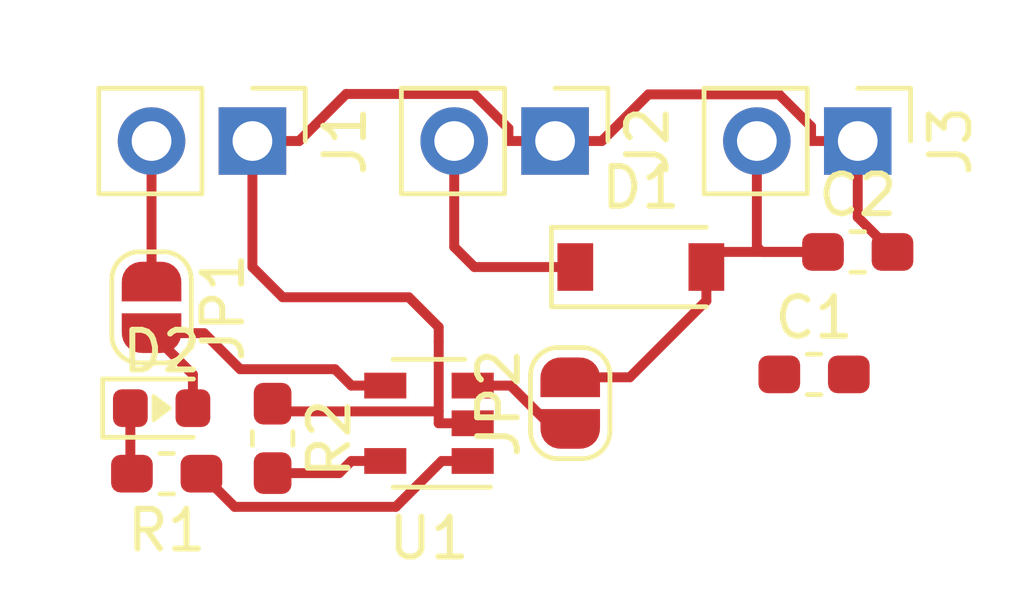
<source format=kicad_pcb>
(kicad_pcb (version 20171130) (host pcbnew 5.1.2-f72e74a~84~ubuntu18.04.1)

  (general
    (thickness 1.6)
    (drawings 0)
    (tracks 56)
    (zones 0)
    (modules 12)
    (nets 10)
  )

  (page User 215.9 139.7)
  (layers
    (0 F.Cu signal)
    (31 B.Cu signal)
    (32 B.Adhes user)
    (33 F.Adhes user)
    (34 B.Paste user)
    (35 F.Paste user)
    (36 B.SilkS user)
    (37 F.SilkS user)
    (38 B.Mask user)
    (39 F.Mask user)
    (40 Dwgs.User user)
    (41 Cmts.User user)
    (42 Eco1.User user)
    (43 Eco2.User user)
    (44 Edge.Cuts user)
    (45 Margin user)
    (46 B.CrtYd user)
    (47 F.CrtYd user)
    (48 B.Fab user)
    (49 F.Fab user)
  )

  (setup
    (last_trace_width 0.25)
    (trace_clearance 0.2)
    (zone_clearance 0.508)
    (zone_45_only no)
    (trace_min 0.2)
    (via_size 0.8)
    (via_drill 0.4)
    (via_min_size 0.4)
    (via_min_drill 0.3)
    (uvia_size 0.3)
    (uvia_drill 0.1)
    (uvias_allowed no)
    (uvia_min_size 0.2)
    (uvia_min_drill 0.1)
    (edge_width 0.05)
    (segment_width 0.2)
    (pcb_text_width 0.3)
    (pcb_text_size 1.5 1.5)
    (mod_edge_width 0.12)
    (mod_text_size 1 1)
    (mod_text_width 0.15)
    (pad_size 1.524 1.524)
    (pad_drill 0.762)
    (pad_to_mask_clearance 0.051)
    (solder_mask_min_width 0.25)
    (aux_axis_origin 0 0)
    (visible_elements FFFFFF7F)
    (pcbplotparams
      (layerselection 0x010fc_ffffffff)
      (usegerberextensions false)
      (usegerberattributes false)
      (usegerberadvancedattributes false)
      (creategerberjobfile false)
      (excludeedgelayer true)
      (linewidth 0.100000)
      (plotframeref false)
      (viasonmask false)
      (mode 1)
      (useauxorigin false)
      (hpglpennumber 1)
      (hpglpenspeed 20)
      (hpglpendiameter 15.000000)
      (psnegative false)
      (psa4output false)
      (plotreference true)
      (plotvalue true)
      (plotinvisibletext false)
      (padsonsilk false)
      (subtractmaskfromsilk false)
      (outputformat 1)
      (mirror false)
      (drillshape 1)
      (scaleselection 1)
      (outputdirectory ""))
  )

  (net 0 "")
  (net 1 GND)
  (net 2 Vbat)
  (net 3 +5V)
  (net 4 "Net-(D2-Pad1)")
  (net 5 "Net-(D2-Pad2)")
  (net 6 "Net-(JP2-Pad1)")
  (net 7 "Net-(R1-Pad1)")
  (net 8 "Net-(R2-Pad2)")
  (net 9 VBUS)

  (net_class Default "This is the default net class."
    (clearance 0.2)
    (trace_width 0.25)
    (via_dia 0.8)
    (via_drill 0.4)
    (uvia_dia 0.3)
    (uvia_drill 0.1)
    (add_net +5V)
    (add_net GND)
    (add_net "Net-(D2-Pad1)")
    (add_net "Net-(D2-Pad2)")
    (add_net "Net-(JP2-Pad1)")
    (add_net "Net-(R1-Pad1)")
    (add_net "Net-(R2-Pad2)")
    (add_net VBUS)
    (add_net Vbat)
  )

  (module Capacitor_SMD:C_0603_1608Metric_Pad1.05x0.95mm_HandSolder (layer F.Cu) (tedit 5B301BBE) (tstamp 5D16E605)
    (at 37 26.2)
    (descr "Capacitor SMD 0603 (1608 Metric), square (rectangular) end terminal, IPC_7351 nominal with elongated pad for handsoldering. (Body size source: http://www.tortai-tech.com/upload/download/2011102023233369053.pdf), generated with kicad-footprint-generator")
    (tags "capacitor handsolder")
    (path /5D22DD29)
    (attr smd)
    (fp_text reference C1 (at 0 -1.43) (layer F.SilkS)
      (effects (font (size 1 1) (thickness 0.15)))
    )
    (fp_text value C106,0603 (at 0 1.43) (layer F.Fab)
      (effects (font (size 1 1) (thickness 0.15)))
    )
    (fp_text user %R (at 0 0) (layer F.Fab)
      (effects (font (size 0.4 0.4) (thickness 0.06)))
    )
    (fp_line (start 1.65 0.73) (end -1.65 0.73) (layer F.CrtYd) (width 0.05))
    (fp_line (start 1.65 -0.73) (end 1.65 0.73) (layer F.CrtYd) (width 0.05))
    (fp_line (start -1.65 -0.73) (end 1.65 -0.73) (layer F.CrtYd) (width 0.05))
    (fp_line (start -1.65 0.73) (end -1.65 -0.73) (layer F.CrtYd) (width 0.05))
    (fp_line (start -0.171267 0.51) (end 0.171267 0.51) (layer F.SilkS) (width 0.12))
    (fp_line (start -0.171267 -0.51) (end 0.171267 -0.51) (layer F.SilkS) (width 0.12))
    (fp_line (start 0.8 0.4) (end -0.8 0.4) (layer F.Fab) (width 0.1))
    (fp_line (start 0.8 -0.4) (end 0.8 0.4) (layer F.Fab) (width 0.1))
    (fp_line (start -0.8 -0.4) (end 0.8 -0.4) (layer F.Fab) (width 0.1))
    (fp_line (start -0.8 0.4) (end -0.8 -0.4) (layer F.Fab) (width 0.1))
    (pad 2 smd roundrect (at 0.875 0) (size 1.05 0.95) (layers F.Cu F.Paste F.Mask) (roundrect_rratio 0.25)
      (net 1 GND))
    (pad 1 smd roundrect (at -0.875 0) (size 1.05 0.95) (layers F.Cu F.Paste F.Mask) (roundrect_rratio 0.25)
      (net 2 Vbat))
    (model ${KISYS3DMOD}/Capacitor_SMD.3dshapes/C_0603_1608Metric.wrl
      (at (xyz 0 0 0))
      (scale (xyz 1 1 1))
      (rotate (xyz 0 0 0))
    )
  )

  (module Connector_PinHeader_2.54mm:PinHeader_1x02_P2.54mm_Vertical (layer F.Cu) (tedit 59FED5CC) (tstamp 5D093895)
    (at 38.1 20.32 270)
    (descr "Through hole straight pin header, 1x02, 2.54mm pitch, single row")
    (tags "Through hole pin header THT 1x02 2.54mm single row")
    (path /5D097E87)
    (fp_text reference J3 (at 0 -2.33 90) (layer F.SilkS)
      (effects (font (size 1 1) (thickness 0.15)))
    )
    (fp_text value BAT (at 0 4.87 90) (layer F.Fab)
      (effects (font (size 1 1) (thickness 0.15)))
    )
    (fp_text user %R (at 0 1.27) (layer F.Fab)
      (effects (font (size 1 1) (thickness 0.15)))
    )
    (fp_line (start 1.8 -1.8) (end -1.8 -1.8) (layer F.CrtYd) (width 0.05))
    (fp_line (start 1.8 4.35) (end 1.8 -1.8) (layer F.CrtYd) (width 0.05))
    (fp_line (start -1.8 4.35) (end 1.8 4.35) (layer F.CrtYd) (width 0.05))
    (fp_line (start -1.8 -1.8) (end -1.8 4.35) (layer F.CrtYd) (width 0.05))
    (fp_line (start -1.33 -1.33) (end 0 -1.33) (layer F.SilkS) (width 0.12))
    (fp_line (start -1.33 0) (end -1.33 -1.33) (layer F.SilkS) (width 0.12))
    (fp_line (start -1.33 1.27) (end 1.33 1.27) (layer F.SilkS) (width 0.12))
    (fp_line (start 1.33 1.27) (end 1.33 3.87) (layer F.SilkS) (width 0.12))
    (fp_line (start -1.33 1.27) (end -1.33 3.87) (layer F.SilkS) (width 0.12))
    (fp_line (start -1.33 3.87) (end 1.33 3.87) (layer F.SilkS) (width 0.12))
    (fp_line (start -1.27 -0.635) (end -0.635 -1.27) (layer F.Fab) (width 0.1))
    (fp_line (start -1.27 3.81) (end -1.27 -0.635) (layer F.Fab) (width 0.1))
    (fp_line (start 1.27 3.81) (end -1.27 3.81) (layer F.Fab) (width 0.1))
    (fp_line (start 1.27 -1.27) (end 1.27 3.81) (layer F.Fab) (width 0.1))
    (fp_line (start -0.635 -1.27) (end 1.27 -1.27) (layer F.Fab) (width 0.1))
    (pad 2 thru_hole oval (at 0 2.54 270) (size 1.7 1.7) (drill 1) (layers *.Cu *.Mask)
      (net 2 Vbat))
    (pad 1 thru_hole rect (at 0 0 270) (size 1.7 1.7) (drill 1) (layers *.Cu *.Mask)
      (net 1 GND))
    (model ${KISYS3DMOD}/Connector_PinHeader_2.54mm.3dshapes/PinHeader_1x02_P2.54mm_Vertical.wrl
      (at (xyz 0 0 0))
      (scale (xyz 1 1 1))
      (rotate (xyz 0 0 0))
    )
  )

  (module Connector_PinHeader_2.54mm:PinHeader_1x02_P2.54mm_Vertical (layer F.Cu) (tedit 59FED5CC) (tstamp 5D09387F)
    (at 30.48 20.32 270)
    (descr "Through hole straight pin header, 1x02, 2.54mm pitch, single row")
    (tags "Through hole pin header THT 1x02 2.54mm single row")
    (path /5D0924C9)
    (fp_text reference J2 (at 0 -2.33 90) (layer F.SilkS)
      (effects (font (size 1 1) (thickness 0.15)))
    )
    (fp_text value 5V_OUT (at 0 4.87 90) (layer F.Fab)
      (effects (font (size 1 1) (thickness 0.15)))
    )
    (fp_text user %R (at 0 1.27) (layer F.Fab)
      (effects (font (size 1 1) (thickness 0.15)))
    )
    (fp_line (start 1.8 -1.8) (end -1.8 -1.8) (layer F.CrtYd) (width 0.05))
    (fp_line (start 1.8 4.35) (end 1.8 -1.8) (layer F.CrtYd) (width 0.05))
    (fp_line (start -1.8 4.35) (end 1.8 4.35) (layer F.CrtYd) (width 0.05))
    (fp_line (start -1.8 -1.8) (end -1.8 4.35) (layer F.CrtYd) (width 0.05))
    (fp_line (start -1.33 -1.33) (end 0 -1.33) (layer F.SilkS) (width 0.12))
    (fp_line (start -1.33 0) (end -1.33 -1.33) (layer F.SilkS) (width 0.12))
    (fp_line (start -1.33 1.27) (end 1.33 1.27) (layer F.SilkS) (width 0.12))
    (fp_line (start 1.33 1.27) (end 1.33 3.87) (layer F.SilkS) (width 0.12))
    (fp_line (start -1.33 1.27) (end -1.33 3.87) (layer F.SilkS) (width 0.12))
    (fp_line (start -1.33 3.87) (end 1.33 3.87) (layer F.SilkS) (width 0.12))
    (fp_line (start -1.27 -0.635) (end -0.635 -1.27) (layer F.Fab) (width 0.1))
    (fp_line (start -1.27 3.81) (end -1.27 -0.635) (layer F.Fab) (width 0.1))
    (fp_line (start 1.27 3.81) (end -1.27 3.81) (layer F.Fab) (width 0.1))
    (fp_line (start 1.27 -1.27) (end 1.27 3.81) (layer F.Fab) (width 0.1))
    (fp_line (start -0.635 -1.27) (end 1.27 -1.27) (layer F.Fab) (width 0.1))
    (pad 2 thru_hole oval (at 0 2.54 270) (size 1.7 1.7) (drill 1) (layers *.Cu *.Mask)
      (net 3 +5V))
    (pad 1 thru_hole rect (at 0 0 270) (size 1.7 1.7) (drill 1) (layers *.Cu *.Mask)
      (net 1 GND))
    (model ${KISYS3DMOD}/Connector_PinHeader_2.54mm.3dshapes/PinHeader_1x02_P2.54mm_Vertical.wrl
      (at (xyz 0 0 0))
      (scale (xyz 1 1 1))
      (rotate (xyz 0 0 0))
    )
  )

  (module Connector_PinHeader_2.54mm:PinHeader_1x02_P2.54mm_Vertical (layer F.Cu) (tedit 59FED5CC) (tstamp 5D093869)
    (at 22.86 20.32 270)
    (descr "Through hole straight pin header, 1x02, 2.54mm pitch, single row")
    (tags "Through hole pin header THT 1x02 2.54mm single row")
    (path /5D0903C7)
    (fp_text reference J1 (at 0 -2.33 90) (layer F.SilkS)
      (effects (font (size 1 1) (thickness 0.15)))
    )
    (fp_text value PWR_SRC (at 0 4.87 90) (layer F.Fab)
      (effects (font (size 1 1) (thickness 0.15)))
    )
    (fp_text user %R (at 0 1.27) (layer F.Fab)
      (effects (font (size 1 1) (thickness 0.15)))
    )
    (fp_line (start 1.8 -1.8) (end -1.8 -1.8) (layer F.CrtYd) (width 0.05))
    (fp_line (start 1.8 4.35) (end 1.8 -1.8) (layer F.CrtYd) (width 0.05))
    (fp_line (start -1.8 4.35) (end 1.8 4.35) (layer F.CrtYd) (width 0.05))
    (fp_line (start -1.8 -1.8) (end -1.8 4.35) (layer F.CrtYd) (width 0.05))
    (fp_line (start -1.33 -1.33) (end 0 -1.33) (layer F.SilkS) (width 0.12))
    (fp_line (start -1.33 0) (end -1.33 -1.33) (layer F.SilkS) (width 0.12))
    (fp_line (start -1.33 1.27) (end 1.33 1.27) (layer F.SilkS) (width 0.12))
    (fp_line (start 1.33 1.27) (end 1.33 3.87) (layer F.SilkS) (width 0.12))
    (fp_line (start -1.33 1.27) (end -1.33 3.87) (layer F.SilkS) (width 0.12))
    (fp_line (start -1.33 3.87) (end 1.33 3.87) (layer F.SilkS) (width 0.12))
    (fp_line (start -1.27 -0.635) (end -0.635 -1.27) (layer F.Fab) (width 0.1))
    (fp_line (start -1.27 3.81) (end -1.27 -0.635) (layer F.Fab) (width 0.1))
    (fp_line (start 1.27 3.81) (end -1.27 3.81) (layer F.Fab) (width 0.1))
    (fp_line (start 1.27 -1.27) (end 1.27 3.81) (layer F.Fab) (width 0.1))
    (fp_line (start -0.635 -1.27) (end 1.27 -1.27) (layer F.Fab) (width 0.1))
    (pad 2 thru_hole oval (at 0 2.54 270) (size 1.7 1.7) (drill 1) (layers *.Cu *.Mask)
      (net 9 VBUS))
    (pad 1 thru_hole rect (at 0 0 270) (size 1.7 1.7) (drill 1) (layers *.Cu *.Mask)
      (net 1 GND))
    (model ${KISYS3DMOD}/Connector_PinHeader_2.54mm.3dshapes/PinHeader_1x02_P2.54mm_Vertical.wrl
      (at (xyz 0 0 0))
      (scale (xyz 1 1 1))
      (rotate (xyz 0 0 0))
    )
  )

  (module footprint-lib:MCP73831_SOT23_5 (layer F.Cu) (tedit 5D064432) (tstamp 5D08D46F)
    (at 27.305 27.432 180)
    (descr "5-pin SOT23 package")
    (tags "MCP73831 SOT-23-5")
    (path /5CFFF5AE)
    (attr smd)
    (fp_text reference U1 (at 0 -2.9) (layer F.SilkS)
      (effects (font (size 1 1) (thickness 0.15)))
    )
    (fp_text value MCP73831 (at 0 2.9) (layer F.Fab)
      (effects (font (size 1 1) (thickness 0.15)))
    )
    (fp_text user %R (at 0 0 90) (layer F.Fab)
      (effects (font (size 0.5 0.5) (thickness 0.075)))
    )
    (fp_line (start -0.9 1.61) (end 0.9 1.61) (layer F.SilkS) (width 0.12))
    (fp_line (start 0.9 -1.61) (end -1.55 -1.61) (layer F.SilkS) (width 0.12))
    (fp_line (start -1.9 -1.8) (end 1.9 -1.8) (layer F.CrtYd) (width 0.05))
    (fp_line (start 1.9 -1.8) (end 1.9 1.8) (layer F.CrtYd) (width 0.05))
    (fp_line (start 1.9 1.8) (end -1.9 1.8) (layer F.CrtYd) (width 0.05))
    (fp_line (start -1.9 1.8) (end -1.9 -1.8) (layer F.CrtYd) (width 0.05))
    (fp_line (start -0.9 -0.9) (end -0.25 -1.55) (layer F.Fab) (width 0.1))
    (fp_line (start 0.9 -1.55) (end -0.25 -1.55) (layer F.Fab) (width 0.1))
    (fp_line (start -0.9 -0.9) (end -0.9 1.55) (layer F.Fab) (width 0.1))
    (fp_line (start 0.9 1.55) (end -0.9 1.55) (layer F.Fab) (width 0.1))
    (fp_line (start 0.9 -1.55) (end 0.9 1.55) (layer F.Fab) (width 0.1))
    (pad 1 smd rect (at -1.1 -0.95 180) (size 1.06 0.65) (layers F.Cu F.Paste F.Mask)
      (net 7 "Net-(R1-Pad1)"))
    (pad 2 smd rect (at -1.1 0 180) (size 1.06 0.65) (layers F.Cu F.Paste F.Mask)
      (net 1 GND))
    (pad 3 smd rect (at -1.1 0.95 180) (size 1.06 0.65) (layers F.Cu F.Paste F.Mask)
      (net 6 "Net-(JP2-Pad1)"))
    (pad 4 smd rect (at 1.1 0.95 180) (size 1.06 0.65) (layers F.Cu F.Paste F.Mask)
      (net 5 "Net-(D2-Pad2)"))
    (pad 5 smd rect (at 1.1 -0.95 180) (size 1.06 0.65) (layers F.Cu F.Paste F.Mask)
      (net 8 "Net-(R2-Pad2)"))
    (model ${KISYS3DMOD}/Package_TO_SOT_SMD.3dshapes/SOT-23-5.wrl
      (at (xyz 0 0 0))
      (scale (xyz 1 1 1))
      (rotate (xyz 0 0 0))
    )
  )

  (module Resistor_SMD:R_0603_1608Metric_Pad1.05x0.95mm_HandSolder (layer F.Cu) (tedit 5B301BBD) (tstamp 5D08D45A)
    (at 23.368 27.813 270)
    (descr "Resistor SMD 0603 (1608 Metric), square (rectangular) end terminal, IPC_7351 nominal with elongated pad for handsoldering. (Body size source: http://www.tortai-tech.com/upload/download/2011102023233369053.pdf), generated with kicad-footprint-generator")
    (tags "resistor handsolder")
    (path /5D002BCB)
    (attr smd)
    (fp_text reference R2 (at 0 -1.43 90) (layer F.SilkS)
      (effects (font (size 1 1) (thickness 0.15)))
    )
    (fp_text value R103,0603 (at 0 1.43 90) (layer F.Fab)
      (effects (font (size 1 1) (thickness 0.15)))
    )
    (fp_text user %R (at 0 0 90) (layer F.Fab)
      (effects (font (size 0.4 0.4) (thickness 0.06)))
    )
    (fp_line (start 1.65 0.73) (end -1.65 0.73) (layer F.CrtYd) (width 0.05))
    (fp_line (start 1.65 -0.73) (end 1.65 0.73) (layer F.CrtYd) (width 0.05))
    (fp_line (start -1.65 -0.73) (end 1.65 -0.73) (layer F.CrtYd) (width 0.05))
    (fp_line (start -1.65 0.73) (end -1.65 -0.73) (layer F.CrtYd) (width 0.05))
    (fp_line (start -0.171267 0.51) (end 0.171267 0.51) (layer F.SilkS) (width 0.12))
    (fp_line (start -0.171267 -0.51) (end 0.171267 -0.51) (layer F.SilkS) (width 0.12))
    (fp_line (start 0.8 0.4) (end -0.8 0.4) (layer F.Fab) (width 0.1))
    (fp_line (start 0.8 -0.4) (end 0.8 0.4) (layer F.Fab) (width 0.1))
    (fp_line (start -0.8 -0.4) (end 0.8 -0.4) (layer F.Fab) (width 0.1))
    (fp_line (start -0.8 0.4) (end -0.8 -0.4) (layer F.Fab) (width 0.1))
    (pad 2 smd roundrect (at 0.875 0 270) (size 1.05 0.95) (layers F.Cu F.Paste F.Mask) (roundrect_rratio 0.25)
      (net 8 "Net-(R2-Pad2)"))
    (pad 1 smd roundrect (at -0.875 0 270) (size 1.05 0.95) (layers F.Cu F.Paste F.Mask) (roundrect_rratio 0.25)
      (net 1 GND))
    (model ${KISYS3DMOD}/Resistor_SMD.3dshapes/R_0603_1608Metric.wrl
      (at (xyz 0 0 0))
      (scale (xyz 1 1 1))
      (rotate (xyz 0 0 0))
    )
  )

  (module Resistor_SMD:R_0603_1608Metric_Pad1.05x0.95mm_HandSolder (layer F.Cu) (tedit 5B301BBD) (tstamp 5D08D449)
    (at 20.701 28.702 180)
    (descr "Resistor SMD 0603 (1608 Metric), square (rectangular) end terminal, IPC_7351 nominal with elongated pad for handsoldering. (Body size source: http://www.tortai-tech.com/upload/download/2011102023233369053.pdf), generated with kicad-footprint-generator")
    (tags "resistor handsolder")
    (path /5D0011EB)
    (attr smd)
    (fp_text reference R1 (at 0 -1.43) (layer F.SilkS)
      (effects (font (size 1 1) (thickness 0.15)))
    )
    (fp_text value R102,0603 (at 0 1.43) (layer F.Fab)
      (effects (font (size 1 1) (thickness 0.15)))
    )
    (fp_text user %R (at 0 0) (layer F.Fab)
      (effects (font (size 0.4 0.4) (thickness 0.06)))
    )
    (fp_line (start 1.65 0.73) (end -1.65 0.73) (layer F.CrtYd) (width 0.05))
    (fp_line (start 1.65 -0.73) (end 1.65 0.73) (layer F.CrtYd) (width 0.05))
    (fp_line (start -1.65 -0.73) (end 1.65 -0.73) (layer F.CrtYd) (width 0.05))
    (fp_line (start -1.65 0.73) (end -1.65 -0.73) (layer F.CrtYd) (width 0.05))
    (fp_line (start -0.171267 0.51) (end 0.171267 0.51) (layer F.SilkS) (width 0.12))
    (fp_line (start -0.171267 -0.51) (end 0.171267 -0.51) (layer F.SilkS) (width 0.12))
    (fp_line (start 0.8 0.4) (end -0.8 0.4) (layer F.Fab) (width 0.1))
    (fp_line (start 0.8 -0.4) (end 0.8 0.4) (layer F.Fab) (width 0.1))
    (fp_line (start -0.8 -0.4) (end 0.8 -0.4) (layer F.Fab) (width 0.1))
    (fp_line (start -0.8 0.4) (end -0.8 -0.4) (layer F.Fab) (width 0.1))
    (pad 2 smd roundrect (at 0.875 0 180) (size 1.05 0.95) (layers F.Cu F.Paste F.Mask) (roundrect_rratio 0.25)
      (net 4 "Net-(D2-Pad1)"))
    (pad 1 smd roundrect (at -0.875 0 180) (size 1.05 0.95) (layers F.Cu F.Paste F.Mask) (roundrect_rratio 0.25)
      (net 7 "Net-(R1-Pad1)"))
    (model ${KISYS3DMOD}/Resistor_SMD.3dshapes/R_0603_1608Metric.wrl
      (at (xyz 0 0 0))
      (scale (xyz 1 1 1))
      (rotate (xyz 0 0 0))
    )
  )

  (module Jumper:SolderJumper-2_P1.3mm_Open_RoundedPad1.0x1.5mm (layer F.Cu) (tedit 5B391E66) (tstamp 5D08D438)
    (at 30.861 26.924 90)
    (descr "SMD Solder Jumper, 1x1.5mm, rounded Pads, 0.3mm gap, open")
    (tags "solder jumper open")
    (path /5D001D05)
    (attr virtual)
    (fp_text reference JP2 (at 0 -1.8 90) (layer F.SilkS)
      (effects (font (size 1 1) (thickness 0.15)))
    )
    (fp_text value OUT_EN (at 0 1.9 90) (layer F.Fab)
      (effects (font (size 1 1) (thickness 0.15)))
    )
    (fp_line (start 1.65 1.25) (end -1.65 1.25) (layer F.CrtYd) (width 0.05))
    (fp_line (start 1.65 1.25) (end 1.65 -1.25) (layer F.CrtYd) (width 0.05))
    (fp_line (start -1.65 -1.25) (end -1.65 1.25) (layer F.CrtYd) (width 0.05))
    (fp_line (start -1.65 -1.25) (end 1.65 -1.25) (layer F.CrtYd) (width 0.05))
    (fp_line (start -0.7 -1) (end 0.7 -1) (layer F.SilkS) (width 0.12))
    (fp_line (start 1.4 -0.3) (end 1.4 0.3) (layer F.SilkS) (width 0.12))
    (fp_line (start 0.7 1) (end -0.7 1) (layer F.SilkS) (width 0.12))
    (fp_line (start -1.4 0.3) (end -1.4 -0.3) (layer F.SilkS) (width 0.12))
    (fp_arc (start -0.7 -0.3) (end -0.7 -1) (angle -90) (layer F.SilkS) (width 0.12))
    (fp_arc (start -0.7 0.3) (end -1.4 0.3) (angle -90) (layer F.SilkS) (width 0.12))
    (fp_arc (start 0.7 0.3) (end 0.7 1) (angle -90) (layer F.SilkS) (width 0.12))
    (fp_arc (start 0.7 -0.3) (end 1.4 -0.3) (angle -90) (layer F.SilkS) (width 0.12))
    (pad 2 smd custom (at 0.65 0 90) (size 1 0.5) (layers F.Cu F.Mask)
      (net 2 Vbat) (zone_connect 2)
      (options (clearance outline) (anchor rect))
      (primitives
        (gr_circle (center 0 0.25) (end 0.5 0.25) (width 0))
        (gr_circle (center 0 -0.25) (end 0.5 -0.25) (width 0))
        (gr_poly (pts
           (xy 0 -0.75) (xy -0.5 -0.75) (xy -0.5 0.75) (xy 0 0.75)) (width 0))
      ))
    (pad 1 smd custom (at -0.65 0 90) (size 1 0.5) (layers F.Cu F.Mask)
      (net 6 "Net-(JP2-Pad1)") (zone_connect 2)
      (options (clearance outline) (anchor rect))
      (primitives
        (gr_circle (center 0 0.25) (end 0.5 0.25) (width 0))
        (gr_circle (center 0 -0.25) (end 0.5 -0.25) (width 0))
        (gr_poly (pts
           (xy 0 -0.75) (xy 0.5 -0.75) (xy 0.5 0.75) (xy 0 0.75)) (width 0))
      ))
  )

  (module Jumper:SolderJumper-2_P1.3mm_Open_RoundedPad1.0x1.5mm (layer F.Cu) (tedit 5B391E66) (tstamp 5D08D426)
    (at 20.32 24.511 270)
    (descr "SMD Solder Jumper, 1x1.5mm, rounded Pads, 0.3mm gap, open")
    (tags "solder jumper open")
    (path /5CFFFF75)
    (attr virtual)
    (fp_text reference JP1 (at 0 -1.8 90) (layer F.SilkS)
      (effects (font (size 1 1) (thickness 0.15)))
    )
    (fp_text value 5V_EN (at 0 1.9 90) (layer F.Fab)
      (effects (font (size 1 1) (thickness 0.15)))
    )
    (fp_line (start 1.65 1.25) (end -1.65 1.25) (layer F.CrtYd) (width 0.05))
    (fp_line (start 1.65 1.25) (end 1.65 -1.25) (layer F.CrtYd) (width 0.05))
    (fp_line (start -1.65 -1.25) (end -1.65 1.25) (layer F.CrtYd) (width 0.05))
    (fp_line (start -1.65 -1.25) (end 1.65 -1.25) (layer F.CrtYd) (width 0.05))
    (fp_line (start -0.7 -1) (end 0.7 -1) (layer F.SilkS) (width 0.12))
    (fp_line (start 1.4 -0.3) (end 1.4 0.3) (layer F.SilkS) (width 0.12))
    (fp_line (start 0.7 1) (end -0.7 1) (layer F.SilkS) (width 0.12))
    (fp_line (start -1.4 0.3) (end -1.4 -0.3) (layer F.SilkS) (width 0.12))
    (fp_arc (start -0.7 -0.3) (end -0.7 -1) (angle -90) (layer F.SilkS) (width 0.12))
    (fp_arc (start -0.7 0.3) (end -1.4 0.3) (angle -90) (layer F.SilkS) (width 0.12))
    (fp_arc (start 0.7 0.3) (end 0.7 1) (angle -90) (layer F.SilkS) (width 0.12))
    (fp_arc (start 0.7 -0.3) (end 1.4 -0.3) (angle -90) (layer F.SilkS) (width 0.12))
    (pad 2 smd custom (at 0.65 0 270) (size 1 0.5) (layers F.Cu F.Mask)
      (net 5 "Net-(D2-Pad2)") (zone_connect 2)
      (options (clearance outline) (anchor rect))
      (primitives
        (gr_circle (center 0 0.25) (end 0.5 0.25) (width 0))
        (gr_circle (center 0 -0.25) (end 0.5 -0.25) (width 0))
        (gr_poly (pts
           (xy 0 -0.75) (xy -0.5 -0.75) (xy -0.5 0.75) (xy 0 0.75)) (width 0))
      ))
    (pad 1 smd custom (at -0.65 0 270) (size 1 0.5) (layers F.Cu F.Mask)
      (net 9 VBUS) (zone_connect 2)
      (options (clearance outline) (anchor rect))
      (primitives
        (gr_circle (center 0 0.25) (end 0.5 0.25) (width 0))
        (gr_circle (center 0 -0.25) (end 0.5 -0.25) (width 0))
        (gr_poly (pts
           (xy 0 -0.75) (xy 0.5 -0.75) (xy 0.5 0.75) (xy 0 0.75)) (width 0))
      ))
  )

  (module footprint-lib:LED_0603_1608Metric (layer F.Cu) (tedit 5CE3E319) (tstamp 5D08D414)
    (at 20.574 27.051)
    (descr "LED SMD 0603 (1608 Metric), square (rectangular) end terminal, IPC_7351 nominal, (Body size source: http://www.tortai-tech.com/upload/download/2011102023233369053.pdf), generated with kicad-footprint-generator")
    (tags diode)
    (path /5D0007CF)
    (attr smd)
    (fp_text reference D2 (at 0 -1.43) (layer F.SilkS)
      (effects (font (size 1 1) (thickness 0.15)))
    )
    (fp_text value CHARGING (at 0 1.43) (layer F.Fab)
      (effects (font (size 1 1) (thickness 0.15)))
    )
    (fp_line (start 0.1 0) (end -0.1 0) (layer F.SilkS) (width 0.2))
    (fp_line (start -0.05 0.1) (end -0.05 -0.1) (layer F.SilkS) (width 0.1))
    (fp_line (start -0.2 -0.3) (end -0.2 0.3) (layer F.SilkS) (width 0.1))
    (fp_line (start 0.2 0) (end -0.2 -0.3) (layer F.SilkS) (width 0.1))
    (fp_line (start -0.1 -0.2) (end -0.1 0.2) (layer F.SilkS) (width 0.1))
    (fp_line (start -0.2 0.3) (end 0.2 0) (layer F.SilkS) (width 0.1))
    (fp_line (start 0.8 -0.4) (end -0.5 -0.4) (layer F.Fab) (width 0.1))
    (fp_line (start -0.5 -0.4) (end -0.8 -0.1) (layer F.Fab) (width 0.1))
    (fp_line (start -0.8 -0.1) (end -0.8 0.4) (layer F.Fab) (width 0.1))
    (fp_line (start -0.8 0.4) (end 0.8 0.4) (layer F.Fab) (width 0.1))
    (fp_line (start 0.8 0.4) (end 0.8 -0.4) (layer F.Fab) (width 0.1))
    (fp_line (start 0.8 -0.735) (end -1.485 -0.735) (layer F.SilkS) (width 0.12))
    (fp_line (start -1.485 -0.735) (end -1.485 0.735) (layer F.SilkS) (width 0.12))
    (fp_line (start -1.485 0.735) (end 0.8 0.735) (layer F.SilkS) (width 0.12))
    (fp_line (start -1.48 0.73) (end -1.48 -0.73) (layer F.CrtYd) (width 0.05))
    (fp_line (start -1.48 -0.73) (end 1.48 -0.73) (layer F.CrtYd) (width 0.05))
    (fp_line (start 1.48 -0.73) (end 1.48 0.73) (layer F.CrtYd) (width 0.05))
    (fp_line (start 1.48 0.73) (end -1.48 0.73) (layer F.CrtYd) (width 0.05))
    (fp_text user %R (at 0 0) (layer F.Fab)
      (effects (font (size 0.4 0.4) (thickness 0.06)))
    )
    (pad 1 smd roundrect (at -0.7875 0) (size 0.875 0.95) (layers F.Cu F.Paste F.Mask) (roundrect_rratio 0.25)
      (net 4 "Net-(D2-Pad1)"))
    (pad 2 smd roundrect (at 0.7875 0) (size 0.875 0.95) (layers F.Cu F.Paste F.Mask) (roundrect_rratio 0.25)
      (net 5 "Net-(D2-Pad2)"))
    (model ${KISYS3DMOD}/LED_SMD.3dshapes/LED_0603_1608Metric.wrl
      (at (xyz 0 0 0))
      (scale (xyz 1 1 1))
      (rotate (xyz 0 0 0))
    )
  )

  (module Diode_SMD:D_SOD-123 (layer F.Cu) (tedit 58645DC7) (tstamp 5D08D3FB)
    (at 32.639 23.495)
    (descr SOD-123)
    (tags SOD-123)
    (path /5D004835)
    (attr smd)
    (fp_text reference D1 (at 0 -2) (layer F.SilkS)
      (effects (font (size 1 1) (thickness 0.15)))
    )
    (fp_text value D_1N4148_T4 (at 0 2.1) (layer F.Fab)
      (effects (font (size 1 1) (thickness 0.15)))
    )
    (fp_line (start -2.25 -1) (end 1.65 -1) (layer F.SilkS) (width 0.12))
    (fp_line (start -2.25 1) (end 1.65 1) (layer F.SilkS) (width 0.12))
    (fp_line (start -2.35 -1.15) (end -2.35 1.15) (layer F.CrtYd) (width 0.05))
    (fp_line (start 2.35 1.15) (end -2.35 1.15) (layer F.CrtYd) (width 0.05))
    (fp_line (start 2.35 -1.15) (end 2.35 1.15) (layer F.CrtYd) (width 0.05))
    (fp_line (start -2.35 -1.15) (end 2.35 -1.15) (layer F.CrtYd) (width 0.05))
    (fp_line (start -1.4 -0.9) (end 1.4 -0.9) (layer F.Fab) (width 0.1))
    (fp_line (start 1.4 -0.9) (end 1.4 0.9) (layer F.Fab) (width 0.1))
    (fp_line (start 1.4 0.9) (end -1.4 0.9) (layer F.Fab) (width 0.1))
    (fp_line (start -1.4 0.9) (end -1.4 -0.9) (layer F.Fab) (width 0.1))
    (fp_line (start -0.75 0) (end -0.35 0) (layer F.Fab) (width 0.1))
    (fp_line (start -0.35 0) (end -0.35 -0.55) (layer F.Fab) (width 0.1))
    (fp_line (start -0.35 0) (end -0.35 0.55) (layer F.Fab) (width 0.1))
    (fp_line (start -0.35 0) (end 0.25 -0.4) (layer F.Fab) (width 0.1))
    (fp_line (start 0.25 -0.4) (end 0.25 0.4) (layer F.Fab) (width 0.1))
    (fp_line (start 0.25 0.4) (end -0.35 0) (layer F.Fab) (width 0.1))
    (fp_line (start 0.25 0) (end 0.75 0) (layer F.Fab) (width 0.1))
    (fp_line (start -2.25 -1) (end -2.25 1) (layer F.SilkS) (width 0.12))
    (fp_text user %R (at 0 -2) (layer F.Fab)
      (effects (font (size 1 1) (thickness 0.15)))
    )
    (pad 2 smd rect (at 1.65 0) (size 0.9 1.2) (layers F.Cu F.Paste F.Mask)
      (net 2 Vbat))
    (pad 1 smd rect (at -1.65 0) (size 0.9 1.2) (layers F.Cu F.Paste F.Mask)
      (net 3 +5V))
    (model ${KISYS3DMOD}/Diode_SMD.3dshapes/D_SOD-123.wrl
      (at (xyz 0 0 0))
      (scale (xyz 1 1 1))
      (rotate (xyz 0 0 0))
    )
  )

  (module Capacitor_SMD:C_0603_1608Metric_Pad1.05x0.95mm_HandSolder (layer F.Cu) (tedit 5B301BBE) (tstamp 5D08D3E2)
    (at 38.1 23.114)
    (descr "Capacitor SMD 0603 (1608 Metric), square (rectangular) end terminal, IPC_7351 nominal with elongated pad for handsoldering. (Body size source: http://www.tortai-tech.com/upload/download/2011102023233369053.pdf), generated with kicad-footprint-generator")
    (tags "capacitor handsolder")
    (path /5D003198)
    (attr smd)
    (fp_text reference C2 (at 0 -1.43) (layer F.SilkS)
      (effects (font (size 1 1) (thickness 0.15)))
    )
    (fp_text value C106,0603 (at 0 1.43) (layer F.Fab)
      (effects (font (size 1 1) (thickness 0.15)))
    )
    (fp_text user %R (at 0 0) (layer F.Fab)
      (effects (font (size 0.4 0.4) (thickness 0.06)))
    )
    (fp_line (start 1.65 0.73) (end -1.65 0.73) (layer F.CrtYd) (width 0.05))
    (fp_line (start 1.65 -0.73) (end 1.65 0.73) (layer F.CrtYd) (width 0.05))
    (fp_line (start -1.65 -0.73) (end 1.65 -0.73) (layer F.CrtYd) (width 0.05))
    (fp_line (start -1.65 0.73) (end -1.65 -0.73) (layer F.CrtYd) (width 0.05))
    (fp_line (start -0.171267 0.51) (end 0.171267 0.51) (layer F.SilkS) (width 0.12))
    (fp_line (start -0.171267 -0.51) (end 0.171267 -0.51) (layer F.SilkS) (width 0.12))
    (fp_line (start 0.8 0.4) (end -0.8 0.4) (layer F.Fab) (width 0.1))
    (fp_line (start 0.8 -0.4) (end 0.8 0.4) (layer F.Fab) (width 0.1))
    (fp_line (start -0.8 -0.4) (end 0.8 -0.4) (layer F.Fab) (width 0.1))
    (fp_line (start -0.8 0.4) (end -0.8 -0.4) (layer F.Fab) (width 0.1))
    (pad 2 smd roundrect (at 0.875 0) (size 1.05 0.95) (layers F.Cu F.Paste F.Mask) (roundrect_rratio 0.25)
      (net 1 GND))
    (pad 1 smd roundrect (at -0.875 0) (size 1.05 0.95) (layers F.Cu F.Paste F.Mask) (roundrect_rratio 0.25)
      (net 3 +5V))
    (model ${KISYS3DMOD}/Capacitor_SMD.3dshapes/C_0603_1608Metric.wrl
      (at (xyz 0 0 0))
      (scale (xyz 1 1 1))
      (rotate (xyz 0 0 0))
    )
  )

  (segment (start 22.86 20.32) (end 24.0353 20.32) (width 0.25) (layer F.Cu) (net 1) (status 10))
  (segment (start 24.0353 20.32) (end 25.2204 19.1349) (width 0.25) (layer F.Cu) (net 1))
  (segment (start 25.2204 19.1349) (end 28.4393 19.1349) (width 0.25) (layer F.Cu) (net 1))
  (segment (start 28.4393 19.1349) (end 29.3047 20.0003) (width 0.25) (layer F.Cu) (net 1))
  (segment (start 29.3047 20.0003) (end 29.3047 20.32) (width 0.25) (layer F.Cu) (net 1))
  (segment (start 27.5497 25.3741) (end 27.5497 27.1324) (width 0.25) (layer F.Cu) (net 1))
  (segment (start 30.48 20.32) (end 29.3047 20.32) (width 0.25) (layer F.Cu) (net 1) (status 10))
  (segment (start 27.5497 27.1324) (end 27.5497 27.432) (width 0.25) (layer F.Cu) (net 1))
  (segment (start 23.368 26.938) (end 23.5624 27.1324) (width 0.25) (layer F.Cu) (net 1) (status 30))
  (segment (start 23.5624 27.1324) (end 27.5497 27.1324) (width 0.25) (layer F.Cu) (net 1) (status 10))
  (segment (start 28.405 27.432) (end 27.5497 27.432) (width 0.25) (layer F.Cu) (net 1) (status 10))
  (segment (start 38.1 20.32) (end 36.9247 20.32) (width 0.25) (layer F.Cu) (net 1) (status 10))
  (segment (start 30.48 20.32) (end 31.6553 20.32) (width 0.25) (layer F.Cu) (net 1) (status 10))
  (segment (start 31.6553 20.32) (end 32.8306 19.1447) (width 0.25) (layer F.Cu) (net 1))
  (segment (start 32.8306 19.1447) (end 36.1168 19.1447) (width 0.25) (layer F.Cu) (net 1))
  (segment (start 36.1168 19.1447) (end 36.9247 19.9526) (width 0.25) (layer F.Cu) (net 1))
  (segment (start 36.9247 19.9526) (end 36.9247 20.32) (width 0.25) (layer F.Cu) (net 1))
  (segment (start 38.1 22.239) (end 38.862 23.001) (width 0.25) (layer F.Cu) (net 1) (status 20))
  (segment (start 38.1 20.32) (end 38.1 22.239) (width 0.25) (layer F.Cu) (net 1) (status 10))
  (segment (start 38.862 23.001) (end 38.975 23.114) (width 0.25) (layer F.Cu) (net 1) (status 30))
  (segment (start 22.86 20.32) (end 22.86 23.495) (width 0.25) (layer F.Cu) (net 1))
  (segment (start 22.86 23.495) (end 23.622 24.257) (width 0.25) (layer F.Cu) (net 1))
  (segment (start 23.622 24.257) (end 26.797 24.257) (width 0.25) (layer F.Cu) (net 1))
  (segment (start 27.5497 25.0097) (end 27.5497 25.3741) (width 0.25) (layer F.Cu) (net 1))
  (segment (start 26.797 24.257) (end 27.5497 25.0097) (width 0.25) (layer F.Cu) (net 1))
  (segment (start 37.225 23.114) (end 35.687 23.114) (width 0.25) (layer F.Cu) (net 2))
  (segment (start 35.56 22.987) (end 35.56 20.32) (width 0.25) (layer F.Cu) (net 2))
  (segment (start 35.687 23.114) (end 35.56 22.987) (width 0.25) (layer F.Cu) (net 2))
  (segment (start 34.67 23.114) (end 34.289 23.495) (width 0.25) (layer F.Cu) (net 2))
  (segment (start 37.225 23.114) (end 34.67 23.114) (width 0.25) (layer F.Cu) (net 2))
  (segment (start 32.36 26.274) (end 31.311009 26.274) (width 0.25) (layer F.Cu) (net 2))
  (segment (start 34.289 23.495) (end 34.289 24.345) (width 0.25) (layer F.Cu) (net 2))
  (segment (start 34.289 24.345) (end 32.36 26.274) (width 0.25) (layer F.Cu) (net 2))
  (segment (start 30.989 23.495) (end 28.448 23.495) (width 0.25) (layer F.Cu) (net 3))
  (segment (start 27.94 22.987) (end 27.94 20.32) (width 0.25) (layer F.Cu) (net 3))
  (segment (start 28.448 23.495) (end 27.94 22.987) (width 0.25) (layer F.Cu) (net 3))
  (segment (start 19.7865 28.6625) (end 19.826 28.702) (width 0.25) (layer F.Cu) (net 4) (status 30))
  (segment (start 19.7865 27.051) (end 19.7865 28.6625) (width 0.25) (layer F.Cu) (net 4) (status 30))
  (segment (start 20.32 25.161) (end 21.6425 25.161) (width 0.25) (layer F.Cu) (net 5) (status 10))
  (segment (start 21.6425 25.161) (end 22.5507 26.0692) (width 0.25) (layer F.Cu) (net 5))
  (segment (start 22.5507 26.0692) (end 24.9369 26.0692) (width 0.25) (layer F.Cu) (net 5))
  (segment (start 24.9369 26.0692) (end 25.3497 26.482) (width 0.25) (layer F.Cu) (net 5))
  (segment (start 26.205 26.482) (end 25.3497 26.482) (width 0.25) (layer F.Cu) (net 5) (status 10))
  (segment (start 21.3615 26.2025) (end 20.32 25.161) (width 0.25) (layer F.Cu) (net 5) (status 20))
  (segment (start 21.3615 27.051) (end 21.3615 26.2025) (width 0.25) (layer F.Cu) (net 5) (status 10))
  (segment (start 30.451364 27.574) (end 30.861 27.574) (width 0.25) (layer F.Cu) (net 6))
  (segment (start 29.359364 26.482) (end 30.451364 27.574) (width 0.25) (layer F.Cu) (net 6))
  (segment (start 28.405 26.482) (end 29.359364 26.482) (width 0.25) (layer F.Cu) (net 6))
  (segment (start 27.625 28.382) (end 28.405 28.382) (width 0.25) (layer F.Cu) (net 7) (status 20))
  (segment (start 26.46899 29.53801) (end 27.625 28.382) (width 0.25) (layer F.Cu) (net 7))
  (segment (start 22.41201 29.53801) (end 26.46899 29.53801) (width 0.25) (layer F.Cu) (net 7))
  (segment (start 21.576 28.702) (end 22.41201 29.53801) (width 0.25) (layer F.Cu) (net 7) (status 10))
  (segment (start 26.205 28.382) (end 25.3497 28.382) (width 0.25) (layer F.Cu) (net 8) (status 10))
  (segment (start 23.368 28.688) (end 25.0437 28.688) (width 0.25) (layer F.Cu) (net 8) (status 10))
  (segment (start 25.0437 28.688) (end 25.3497 28.382) (width 0.25) (layer F.Cu) (net 8))
  (segment (start 20.32 23.861) (end 20.32 20.32) (width 0.25) (layer F.Cu) (net 9) (status 30))

)

</source>
